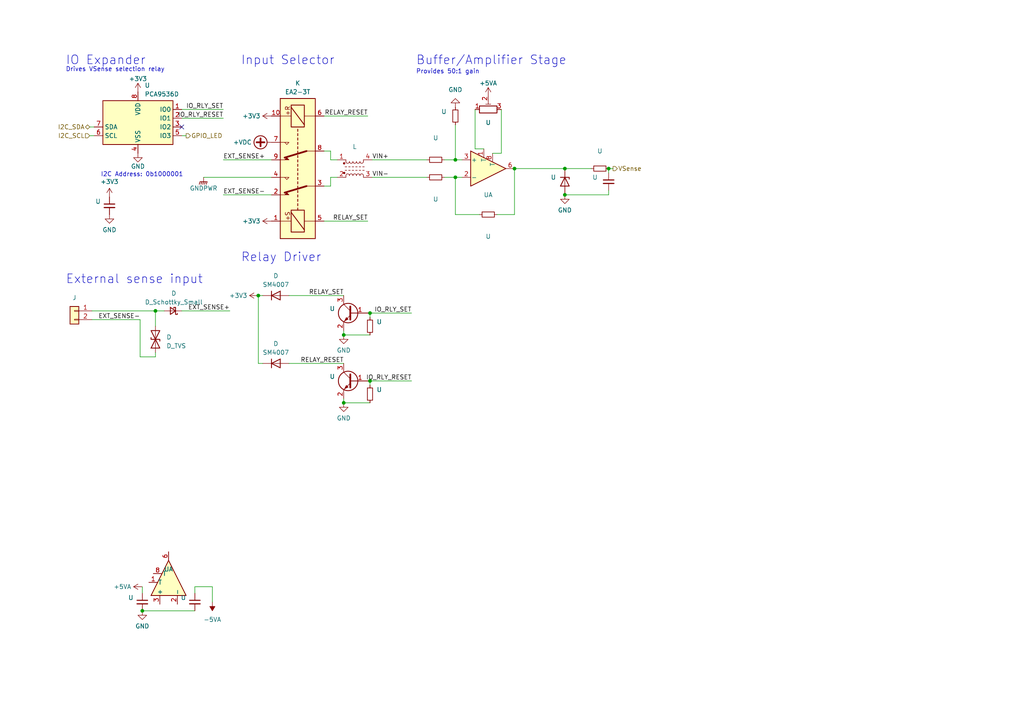
<source format=kicad_sch>
(kicad_sch (version 20220404) (generator eeschema)
  (paper "A4")
  (lib_symbols
    (symbol "Connector_Generic:Conn_01x02" (pin_names (offset 1.016) hide)
      (property "Reference" "J" (at 0 2.54 0))
      (property "Value" "Conn_01x02" (at 0 -5.08 0))
      (symbol "Conn_01x02_1_1"
        (rectangle (start -1.27 -2.413) (end 0 -2.667) (stroke (width 0.1524)))
        (rectangle (start -1.27 0.127) (end 0 -0.127) (stroke (width 0.1524)))
        (rectangle (start -1.27 1.27) (end 1.27 -3.81) (stroke (width 0.254)) (fill (type background)))
        (pin passive line (at -5.08 0 0) (length 3.81) (name "Pin_1") (number "1"))
        (pin passive line (at -5.08 -2.54 0) (length 3.81) (name "Pin_2") (number "2"))
      )
    )
    (symbol "Device:C_Small" (pin_numbers hide) (pin_names (offset 0.254) hide)
      (property "Reference" "C" (at 0.254 1.778 0))
      (property "Value" "C_Small" (at 0.254 -2.032 0))
      (symbol "C_Small_0_1"
        (polyline (pts (xy -1.524 -0.508) (xy 1.524 -0.508)) (stroke (width 0.3302)))
        (polyline (pts (xy -1.524 0.508) (xy 1.524 0.508)) (stroke (width 0.3048)))
      )
      (symbol "C_Small_1_1"
        (pin passive line (at 0 2.54 270) (length 2.032) (name "~") (number "1"))
        (pin passive line (at 0 -2.54 90) (length 2.032) (name "~") (number "2"))
      )
    )
    (symbol "Device:D_Schottky_Small" (pin_numbers hide) (pin_names (offset 0.254) hide)
      (property "Reference" "D" (at -1.27 2.032 0))
      (property "Value" "D_Schottky_Small" (at -7.112 -2.032 0))
      (symbol "D_Schottky_Small_0_1"
        (polyline (pts (xy -0.762 0) (xy 0.762 0)))
        (polyline (pts (xy 0.762 -1.016) (xy -0.762 0) (xy 0.762 1.016) (xy 0.762 -1.016)) (stroke (width 0.254)))
        (polyline (pts (xy -1.27 0.762) (xy -1.27 1.016) (xy -0.762 1.016) (xy -0.762 -1.016) (xy -0.254 -1.016) (xy -0.254 -0.762)) (stroke (width 0.254)))
      )
      (symbol "D_Schottky_Small_1_1"
        (pin passive line (at -2.54 0 0) (length 1.778) (name "K") (number "1"))
        (pin passive line (at 2.54 0 180) (length 1.778) (name "A") (number "2"))
      )
    )
    (symbol "Device:D_TVS" (pin_numbers hide) (pin_names (offset 1.016) hide)
      (property "Reference" "D" (at 0 2.54 0))
      (property "Value" "D_TVS" (at 0 -2.54 0))
      (symbol "D_TVS_0_1"
        (polyline (pts (xy 1.27 0) (xy -1.27 0)))
        (polyline (pts (xy 0.508 1.27) (xy 0 1.27) (xy 0 -1.27) (xy -0.508 -1.27)) (stroke (width 0.254)))
        (polyline (pts (xy -2.54 1.27) (xy -2.54 -1.27) (xy 2.54 1.27) (xy 2.54 -1.27) (xy -2.54 1.27)) (stroke (width 0.254)))
      )
      (symbol "D_TVS_1_1"
        (pin passive line (at -3.81 0 0) (length 2.54) (name "A1") (number "1"))
        (pin passive line (at 3.81 0 180) (length 2.54) (name "A2") (number "2"))
      )
    )
    (symbol "Device:D_Zener" (pin_numbers hide) (pin_names (offset 1.016) hide)
      (property "Reference" "D" (at 0 2.54 0))
      (property "Value" "D_Zener" (at 0 -2.54 0))
      (symbol "D_Zener_0_1"
        (polyline (pts (xy 1.27 0) (xy -1.27 0)))
        (polyline (pts (xy -1.27 -1.27) (xy -1.27 1.27) (xy -0.762 1.27)) (stroke (width 0.254)))
        (polyline (pts (xy 1.27 -1.27) (xy 1.27 1.27) (xy -1.27 0) (xy 1.27 -1.27)) (stroke (width 0.254)))
      )
      (symbol "D_Zener_1_1"
        (pin passive line (at -3.81 0 0) (length 2.54) (name "K") (number "1"))
        (pin passive line (at 3.81 0 180) (length 2.54) (name "A") (number "2"))
      )
    )
    (symbol "Device:L_Ferrite_Coupled_1423" (pin_names (offset 0.254) hide)
      (property "Reference" "L" (at 0 4.445 0))
      (property "Value" "L_Ferrite_Coupled_1423" (at 0 -4.445 0))
      (symbol "L_Ferrite_Coupled_1423_0_1"
        (circle (center -3.048 -1.27) (radius 0.254) (fill (type outline)))
        (circle (center -3.048 1.524) (radius 0.254) (fill (type outline)))
        (arc (start -2.54 2.032) (mid -2.032 1.524) (end -1.524 2.032))
        (arc (start -1.524 -2.032) (mid -2.032 -1.524) (end -2.54 -2.032))
        (arc (start -1.524 2.032) (mid -1.016 1.524) (end -0.508 2.032))
        (arc (start -0.508 -2.032) (mid -1.016 -1.524) (end -1.524 -2.032))
        (arc (start -0.508 2.032) (mid 0 1.524) (end 0.508 2.032))
        (polyline (pts (xy -2.794 -0.508) (xy -2.286 -0.508)))
        (polyline (pts (xy -2.794 0.508) (xy -2.286 0.508)))
        (polyline (pts (xy -2.54 -2.032) (xy -2.54 -2.54)))
        (polyline (pts (xy -2.54 2.032) (xy -2.54 2.54)))
        (polyline (pts (xy -1.778 -0.508) (xy -1.27 -0.508)))
        (polyline (pts (xy -1.778 0.508) (xy -1.27 0.508)))
        (polyline (pts (xy -0.762 -0.508) (xy -0.254 -0.508)))
        (polyline (pts (xy -0.762 0.508) (xy -0.254 0.508)))
        (polyline (pts (xy 0.254 -0.508) (xy 0.762 -0.508)))
        (polyline (pts (xy 0.254 0.508) (xy 0.762 0.508)))
        (polyline (pts (xy 1.27 -0.508) (xy 1.778 -0.508)))
        (polyline (pts (xy 1.27 0.508) (xy 1.778 0.508)))
        (polyline (pts (xy 2.286 -0.508) (xy 2.794 -0.508)))
        (polyline (pts (xy 2.286 0.508) (xy 2.794 0.508)))
        (polyline (pts (xy 2.54 -2.032) (xy 2.54 -2.54)))
        (polyline (pts (xy 2.54 2.54) (xy 2.54 2.032)))
        (arc (start 0.508 -2.032) (mid 0 -1.524) (end -0.508 -2.032))
        (arc (start 0.508 2.032) (mid 1.016 1.524) (end 1.524 2.032))
        (arc (start 1.524 -2.032) (mid 1.016 -1.524) (end 0.508 -2.032))
        (arc (start 1.524 2.032) (mid 2.032 1.524) (end 2.54 2.032))
        (arc (start 2.54 -2.032) (mid 2.032 -1.524) (end 1.524 -2.032))
      )
      (symbol "L_Ferrite_Coupled_1423_1_1"
        (pin passive line (at -5.08 2.54 0) (length 2.54) (name "1") (number "1"))
        (pin passive line (at -5.08 -2.54 0) (length 2.54) (name "2") (number "2"))
        (pin passive line (at 5.08 -2.54 180) (length 2.54) (name "3") (number "3"))
        (pin passive line (at 5.08 2.54 180) (length 2.54) (name "4") (number "4"))
      )
    )
    (symbol "Device:R_Potentiometer_Trim" (pin_names (offset 1.016) hide)
      (property "Reference" "RV" (at -4.445 0 90))
      (property "Value" "R_Potentiometer_Trim" (at -2.54 0 90))
      (symbol "R_Potentiometer_Trim_0_1"
        (polyline (pts (xy 1.524 0.762) (xy 1.524 -0.762)))
        (polyline (pts (xy 2.54 0) (xy 1.524 0)))
        (rectangle (start 1.016 2.54) (end -1.016 -2.54) (stroke (width 0.254)))
      )
      (symbol "R_Potentiometer_Trim_1_1"
        (pin passive line (at 0 3.81 270) (length 1.27) (name "1") (number "1"))
        (pin passive line (at 3.81 0 180) (length 1.27) (name "2") (number "2"))
        (pin passive line (at 0 -3.81 90) (length 1.27) (name "3") (number "3"))
      )
    )
    (symbol "Device:R_Small" (pin_numbers hide) (pin_names (offset 0.254) hide)
      (property "Reference" "R" (at 0.762 0.508 0))
      (property "Value" "R_Small" (at 0.762 -1.016 0))
      (symbol "R_Small_0_1"
        (rectangle (start -0.762 1.778) (end 0.762 -1.778) (stroke (width 0.2032)))
      )
      (symbol "R_Small_1_1"
        (pin passive line (at 0 2.54 270) (length 0.762) (name "~") (number "1"))
        (pin passive line (at 0 -2.54 90) (length 0.762) (name "~") (number "2"))
      )
    )
    (symbol "Diode:SM4007" (pin_numbers hide) (pin_names (offset 1.016) hide)
      (property "Reference" "D" (at 0 2.54 0))
      (property "Value" "SM4007" (at 0 -2.54 0))
      (symbol "SM4007_0_1"
        (polyline (pts (xy -1.27 1.27) (xy -1.27 -1.27)) (stroke (width 0.254)))
        (polyline (pts (xy 1.27 0) (xy -1.27 0)))
        (polyline (pts (xy 1.27 1.27) (xy 1.27 -1.27) (xy -1.27 0) (xy 1.27 1.27)) (stroke (width 0.254)))
      )
      (symbol "SM4007_1_1"
        (pin passive line (at -3.81 0 0) (length 2.54) (name "K") (number "1"))
        (pin passive line (at 3.81 0 180) (length 2.54) (name "A") (number "2"))
      )
    )
    (symbol "Interface_Expansion:PCA9536D"
      (property "Reference" "U" (at -8.89 6.35 0))
      (property "Value" "PCA9536D" (at 6.35 6.35 0))
      (symbol "PCA9536D_0_1"
        (rectangle (start -10.16 5.08) (end 10.16 -7.62) (stroke (width 0.254)) (fill (type background)))
      )
      (symbol "PCA9536D_1_1"
        (pin bidirectional line (at 12.7 2.54 180) (length 2.54) (name "IO0") (number "1"))
        (pin bidirectional line (at 12.7 0 180) (length 2.54) (name "IO1") (number "2"))
        (pin bidirectional line (at 12.7 -2.54 180) (length 2.54) (name "IO2") (number "3"))
        (pin power_in line (at 0 -10.16 90) (length 2.54) (name "VSS") (number "4"))
        (pin bidirectional line (at 12.7 -5.08 180) (length 2.54) (name "IO3") (number "5"))
        (pin input line (at -12.7 -5.08 0) (length 2.54) (name "SCL") (number "6"))
        (pin bidirectional line (at -12.7 -2.54 0) (length 2.54) (name "SDA") (number "7"))
        (pin power_in line (at 0 7.62 270) (length 2.54) (name "VDD") (number "8"))
      )
    )
    (symbol "Transistor_BJT:MMBT3904" (pin_names (offset 0) hide)
      (property "Reference" "Q" (at 5.08 1.905 0))
      (property "Value" "MMBT3904" (at 5.08 0 0))
      (symbol "MMBT3904_0_1"
        (polyline (pts (xy 0.635 0.635) (xy 2.54 2.54)))
        (polyline (pts (xy 0.635 -0.635) (xy 2.54 -2.54) (xy 2.54 -2.54)))
        (polyline (pts (xy 0.635 1.905) (xy 0.635 -1.905) (xy 0.635 -1.905)) (stroke (width 0.508)))
        (polyline (pts (xy 1.27 -1.778) (xy 1.778 -1.27) (xy 2.286 -2.286) (xy 1.27 -1.778) (xy 1.27 -1.778)) (fill (type outline)))
        (circle (center 1.27 0) (radius 2.8194) (stroke (width 0.254)))
      )
      (symbol "MMBT3904_1_1"
        (pin input line (at -5.08 0 0) (length 5.715) (name "B") (number "1"))
        (pin passive line (at 2.54 -5.08 90) (length 2.54) (name "E") (number "2"))
        (pin passive line (at 2.54 5.08 270) (length 2.54) (name "C") (number "3"))
      )
    )
    (symbol "power:+3V3" (power) (pin_names (offset 0))
      (property "Value" "+3V3" (at 0 3.556 0))
      (symbol "+3V3_0_1"
        (polyline (pts (xy -0.762 1.27) (xy 0 2.54)))
        (polyline (pts (xy 0 0) (xy 0 2.54)))
        (polyline (pts (xy 0 2.54) (xy 0.762 1.27)))
      )
      (symbol "+3V3_1_1"
        (pin power_in line (at 0 0 90) (length 0) hide (name "+3V3") (number "1"))
      )
    )
    (symbol "power:+5VA" (power) (pin_names (offset 0))
      (property "Value" "+5VA" (at 0 3.556 0))
      (symbol "+5VA_0_1"
        (polyline (pts (xy -0.762 1.27) (xy 0 2.54)))
        (polyline (pts (xy 0 0) (xy 0 2.54)))
        (polyline (pts (xy 0 2.54) (xy 0.762 1.27)))
      )
      (symbol "+5VA_1_1"
        (pin power_in line (at 0 0 90) (length 0) hide (name "+5VA") (number "1"))
      )
    )
    (symbol "power:+VDC" (power) (pin_names (offset 0))
      (property "Value" "+VDC" (at 0 6.35 0))
      (symbol "+VDC_0_1"
        (polyline (pts (xy -1.143 3.175) (xy 1.143 3.175)) (stroke (width 0.508)))
        (polyline (pts (xy 0 0) (xy 0 1.27)))
        (polyline (pts (xy 0 2.032) (xy 0 4.318)) (stroke (width 0.508)))
        (circle (center 0 3.175) (radius 1.905) (stroke (width 0.254)))
      )
      (symbol "+VDC_1_1"
        (pin power_in line (at 0 0 90) (length 0) hide (name "+VDC") (number "1"))
      )
    )
    (symbol "power:-5VA" (power) (pin_names (offset 0))
      (property "Value" "-5VA" (at 0 3.81 0))
      (symbol "-5VA_0_0"
        (pin power_in line (at 0 0 90) (length 0) hide (name "-5VA") (number "1"))
      )
      (symbol "-5VA_0_1"
        (polyline (pts (xy 0 0) (xy 0 1.27) (xy 0.762 1.27) (xy 0 2.54) (xy -0.762 1.27) (xy 0 1.27)) (fill (type outline)))
      )
    )
    (symbol "power:GND" (power) (pin_names (offset 0))
      (property "Value" "GND" (at 0 -3.81 0))
      (symbol "GND_0_1"
        (polyline (pts (xy 0 0) (xy 0 -1.27) (xy 1.27 -1.27) (xy 0 -2.54) (xy -1.27 -1.27) (xy 0 -1.27)))
      )
      (symbol "GND_1_1"
        (pin power_in line (at 0 0 270) (length 0) hide (name "GND") (number "1"))
      )
    )
    (symbol "power:GNDPWR" (power) (pin_names (offset 0))
      (property "Value" "GNDPWR" (at 0 -3.302 0))
      (symbol "GNDPWR_0_1"
        (polyline (pts (xy 0 -1.27) (xy 0 0)))
        (polyline (pts (xy -1.016 -1.27) (xy -1.27 -2.032) (xy -1.27 -2.032)) (stroke (width 0.2032)))
        (polyline (pts (xy -0.508 -1.27) (xy -0.762 -2.032) (xy -0.762 -2.032)) (stroke (width 0.2032)))
        (polyline (pts (xy 0 -1.27) (xy -0.254 -2.032) (xy -0.254 -2.032)) (stroke (width 0.2032)))
        (polyline (pts (xy 0.508 -1.27) (xy 0.254 -2.032) (xy 0.254 -2.032)) (stroke (width 0.2032)))
        (polyline (pts (xy 1.016 -1.27) (xy -1.016 -1.27) (xy -1.016 -1.27)) (stroke (width 0.2032)))
        (polyline (pts (xy 1.016 -1.27) (xy 0.762 -2.032) (xy 0.762 -2.032) (xy 0.762 -2.032)) (stroke (width 0.2032)))
      )
      (symbol "GNDPWR_1_1"
        (pin power_in line (at 0 0 270) (length 0) hide (name "GNDPWR") (number "1"))
      )
    )
    (symbol "programmable-load:EA2-3T"
      (property "Reference" "K" (at 17.78 8.89 0))
      (property "Value" "EA2-3T" (at 21.59 6.35 0))
      (symbol "EA2-3T_1_1"
        (rectangle (start -20.32 5.08) (end 20.32 -5.08) (stroke (width 0.254)) (fill (type background)))
        (rectangle (start -18.415 1.905) (end -12.065 -1.905) (stroke (width 0.254)))
        (polyline (pts (xy -17.78 -1.905) (xy -12.7 1.905)) (stroke (width 0.254)))
        (polyline (pts (xy -15.24 -5.08) (xy -15.24 -1.905)))
        (polyline (pts (xy -15.24 5.08) (xy -15.24 1.905)))
        (polyline (pts (xy -12.065 0) (xy -11.43 0)) (stroke (width 0.254)))
        (polyline (pts (xy -10.795 0) (xy -10.16 0)) (stroke (width 0.254)))
        (polyline (pts (xy -9.525 0) (xy -8.89 0)) (stroke (width 0.254)))
        (polyline (pts (xy -8.255 0) (xy -7.62 0)) (stroke (width 0.254)))
        (polyline (pts (xy -6.985 0) (xy -6.35 0)) (stroke (width 0.254)))
        (polyline (pts (xy -5.715 0) (xy -5.08 0)) (stroke (width 0.254)))
        (polyline (pts (xy -5.08 -2.54) (xy -6.985 3.81)) (stroke (width 0.508)))
        (polyline (pts (xy -5.08 -2.54) (xy -5.08 -5.08)))
        (polyline (pts (xy -4.445 0) (xy -3.81 0)) (stroke (width 0.254)))
        (polyline (pts (xy -3.175 0) (xy -2.54 0)) (stroke (width 0.254)))
        (polyline (pts (xy -1.905 0) (xy -1.27 0)) (stroke (width 0.254)))
        (polyline (pts (xy -0.635 0) (xy 0 0)) (stroke (width 0.254)))
        (polyline (pts (xy 0.635 0) (xy 1.27 0)) (stroke (width 0.254)))
        (polyline (pts (xy 1.905 0) (xy 2.54 0)) (stroke (width 0.254)))
        (polyline (pts (xy 3.175 0) (xy 3.81 0)) (stroke (width 0.254)))
        (polyline (pts (xy 4.445 0) (xy 5.08 0)) (stroke (width 0.254)))
        (polyline (pts (xy 5.08 -2.54) (xy 3.175 3.81)) (stroke (width 0.508)))
        (polyline (pts (xy 5.08 -2.54) (xy 5.08 -5.08)))
        (polyline (pts (xy 5.715 0) (xy 6.35 0)) (stroke (width 0.254)))
        (polyline (pts (xy 6.985 0) (xy 7.62 0)) (stroke (width 0.254)))
        (polyline (pts (xy 8.255 0) (xy 8.89 0)) (stroke (width 0.254)))
        (polyline (pts (xy 9.525 0) (xy 10.16 0)) (stroke (width 0.254)))
        (polyline (pts (xy 10.795 0) (xy 11.43 0)) (stroke (width 0.254)))
        (polyline (pts (xy 12.7 -1.905) (xy 17.78 1.905)) (stroke (width 0.254)))
        (polyline (pts (xy 15.24 -5.08) (xy 15.24 -1.905)))
        (polyline (pts (xy 15.24 5.08) (xy 15.24 1.905)))
        (polyline (pts (xy -7.62 5.08) (xy -7.62 2.54) (xy -6.985 3.175) (xy -7.62 3.81)) (fill (type outline)))
        (polyline (pts (xy -2.54 5.08) (xy -2.54 2.54) (xy -3.175 3.175) (xy -2.54 3.81)))
        (polyline (pts (xy 2.54 5.08) (xy 2.54 2.54) (xy 3.175 3.175) (xy 2.54 3.81)) (fill (type outline)))
        (polyline (pts (xy 7.62 5.08) (xy 7.62 2.54) (xy 6.985 3.175) (xy 7.62 3.81)))
        (rectangle (start 12.065 1.905) (end 18.415 -1.905) (stroke (width 0.254)))
        (text "+" (at -14.351 2.921 0) (effects (font (size 1.27 1.27))))
        (text "+" (at 16.129 2.921 0) (effects (font (size 1.27 1.27))))
        (text "R" (at 17.526 2.921 0) (effects (font (size 1.27 1.27))))
        (text "S" (at -13.081 2.921 0) (effects (font (size 1.27 1.27))))
        (pin passive line (at -15.24 7.62 270) (length 2.54) (name "~") (number "1"))
        (pin passive line (at 15.24 7.62 270) (length 2.54) (name "~") (number "10"))
        (pin passive line (at -7.62 7.62 270) (length 2.54) (name "~") (number "2"))
        (pin passive line (at -5.08 -7.62 90) (length 2.54) (name "~") (number "3"))
        (pin passive line (at -2.54 7.62 270) (length 2.54) (name "~") (number "4"))
        (pin passive line (at -15.24 -7.62 90) (length 2.54) (name "~") (number "5"))
        (pin passive line (at 15.24 -7.62 90) (length 2.54) (name "~") (number "6"))
        (pin passive line (at 7.62 7.62 270) (length 2.54) (name "~") (number "7"))
        (pin passive line (at 5.08 -7.62 90) (length 2.54) (name "~") (number "8"))
        (pin passive line (at 2.54 7.62 270) (length 2.54) (name "~") (number "9"))
      )
    )
    (symbol "programmable-load:OPA277" (pin_names (offset 0.127))
      (property "Reference" "U" (at -5.08 8.89 0))
      (property "Value" "OPA277" (at 0 -5.08 0))
      (symbol "OPA277_1_1"
        (polyline (pts (xy -5.08 5.08) (xy 5.08 0) (xy -5.08 -5.08) (xy -5.08 5.08)) (stroke (width 0.254)) (fill (type background)))
        (pin passive line (at -1.27 5.715 270) (length 2.54) (name "T") (number "1"))
        (pin input line (at -7.62 -2.54 0) (length 2.54) (name "-") (number "2"))
        (pin input line (at -7.62 2.54 0) (length 2.54) (name "+") (number "3"))
        (pin no_connect line (at 5.08 -3.81 180) (length 2.54) hide (name "NC") (number "5"))
        (pin output line (at 7.62 0 180) (length 2.54) (name "~") (number "6"))
        (pin passive line (at 1.27 4.445 270) (length 2.54) (name "T") (number "8"))
      )
      (symbol "OPA277_2_1"
        (pin power_in line (at -2.54 -7.62 90) (length 3.81) (name "V-") (number "4"))
        (pin power_in line (at -2.54 7.62 270) (length 3.81) (name "V+") (number "7"))
      )
    )
  )
  (junction (at 176.53 48.895))
  (junction (at 163.83 48.895))
  (junction (at 132.08 46.355))
  (junction (at 107.315 110.49))
  (junction (at 107.315 90.805))
  (junction (at 99.695 97.155))
  (junction (at 99.695 116.84))
  (junction (at 163.83 56.515))
  (junction (at 74.93 85.725))
  (junction (at 45.085 90.17))
  (junction (at 149.225 48.895))
  (junction (at 41.275 177.165))
  (junction (at 132.08 51.435))
  (no_connect (at 52.705 36.83))
  (wire (pts (xy 45.085 102.235) (xy 45.085 103.505)))
  (wire (pts (xy 107.315 110.49) (xy 119.38 110.49)))
  (wire (pts (xy 45.085 90.17) (xy 47.625 90.17)))
  (wire (pts (xy 74.93 85.725) (xy 74.93 105.41)))
  (wire (pts (xy 132.08 46.355) (xy 133.985 46.355)))
  (wire (pts (xy 99.695 97.155) (xy 107.315 97.155)))
  (wire (pts (xy 145.415 44.45) (xy 145.415 31.75)))
  (wire (pts (xy 128.905 51.435) (xy 132.08 51.435)))
  (wire (pts (xy 123.825 46.355) (xy 107.95 46.355)))
  (wire (pts (xy 61.595 170.18) (xy 56.515 170.18)))
  (wire (pts (xy 56.515 170.18) (xy 56.515 172.085)))
  (wire (pts (xy 132.08 51.435) (xy 133.985 51.435)))
  (wire (pts (xy 52.705 39.37) (xy 53.975 39.37)))
  (wire (pts (xy 176.53 56.515) (xy 163.83 56.515)))
  (wire (pts (xy 26.67 90.17) (xy 45.085 90.17)))
  (wire (pts (xy 95.885 51.435) (xy 97.79 51.435)))
  (wire (pts (xy 45.085 90.17) (xy 45.085 94.615)))
  (wire (pts (xy 144.145 62.23) (xy 149.225 62.23)))
  (wire (pts (xy 66.675 90.17) (xy 52.705 90.17)))
  (wire (pts (xy 40.64 103.505) (xy 40.64 92.71)))
  (wire (pts (xy 93.98 64.135) (xy 106.68 64.135)))
  (wire (pts (xy 137.795 43.18) (xy 137.795 31.75)))
  (wire (pts (xy 26.035 36.83) (xy 27.305 36.83)))
  (wire (pts (xy 61.595 174.625) (xy 61.595 170.18)))
  (wire (pts (xy 93.98 53.975) (xy 95.885 53.975)))
  (wire (pts (xy 149.225 48.895) (xy 163.83 48.895)))
  (wire (pts (xy 132.08 36.195) (xy 132.08 46.355)))
  (wire (pts (xy 171.45 48.895) (xy 163.83 48.895)))
  (wire (pts (xy 132.08 62.23) (xy 132.08 51.435)))
  (wire (pts (xy 107.315 110.49) (xy 107.315 111.76)))
  (wire (pts (xy 52.705 34.29) (xy 64.77 34.29)))
  (wire (pts (xy 64.77 46.355) (xy 78.74 46.355)))
  (wire (pts (xy 140.335 43.18) (xy 137.795 43.18)))
  (wire (pts (xy 64.77 56.515) (xy 78.74 56.515)))
  (wire (pts (xy 176.53 48.895) (xy 176.53 50.165)))
  (wire (pts (xy 95.885 46.355) (xy 95.885 43.815)))
  (wire (pts (xy 149.225 62.23) (xy 149.225 48.895)))
  (wire (pts (xy 139.065 62.23) (xy 132.08 62.23)))
  (wire (pts (xy 74.93 85.725) (xy 76.2 85.725)))
  (wire (pts (xy 123.825 51.435) (xy 107.95 51.435)))
  (wire (pts (xy 176.53 55.245) (xy 176.53 56.515)))
  (wire (pts (xy 83.82 105.41) (xy 99.695 105.41)))
  (wire (pts (xy 93.98 33.655) (xy 106.68 33.655)))
  (wire (pts (xy 176.53 48.895) (xy 177.8 48.895)))
  (wire (pts (xy 83.82 85.725) (xy 99.695 85.725)))
  (wire (pts (xy 99.695 97.155) (xy 99.695 95.885)))
  (wire (pts (xy 41.275 177.165) (xy 56.515 177.165)))
  (wire (pts (xy 59.055 51.435) (xy 78.74 51.435)))
  (wire (pts (xy 99.695 116.84) (xy 99.695 115.57)))
  (wire (pts (xy 45.085 103.505) (xy 40.64 103.505)))
  (wire (pts (xy 52.705 31.75) (xy 64.77 31.75)))
  (wire (pts (xy 107.315 90.805) (xy 119.38 90.805)))
  (wire (pts (xy 40.64 92.71) (xy 26.67 92.71)))
  (wire (pts (xy 95.885 53.975) (xy 95.885 51.435)))
  (wire (pts (xy 128.905 46.355) (xy 132.08 46.355)))
  (wire (pts (xy 99.695 116.84) (xy 107.315 116.84)))
  (wire (pts (xy 97.79 46.355) (xy 95.885 46.355)))
  (wire (pts (xy 142.875 44.45) (xy 145.415 44.45)))
  (wire (pts (xy 95.885 43.815) (xy 93.98 43.815)))
  (wire (pts (xy 41.275 170.18) (xy 41.275 172.085)))
  (wire (pts (xy 107.315 90.805) (xy 107.315 92.075)))
  (wire (pts (xy 26.035 39.37) (xy 27.305 39.37)))
  (wire (pts (xy 74.93 105.41) (xy 76.2 105.41)))
  (text "I2C Address: 0b1000001" (at 29.21 51.435 0) (effects (font (size 1.27 1.27)) (justify left bottom)))
  (text "Input Selector" (at 69.85 19.05 0) (effects (font (size 2.54 2.54)) (justify left bottom)))
  (text "Relay Driver" (at 69.85 76.2 0) (effects (font (size 2.54 2.54)) (justify left bottom)))
  (text "External sense input" (at 19.05 82.55 0) (effects (font (size 2.54 2.54)) (justify left bottom)))
  (text "Provides 50:1 gain" (at 120.65 21.59 0) (effects (font (size 1.27 1.27)) (justify left bottom)))
  (text "Drives VSense selection relay" (at 19.05 20.955 0) (effects (font (size 1.27 1.27)) (justify left bottom)))
  (text "IO Expander" (at 19.05 19.05 0) (effects (font (size 2.54 2.54)) (justify left bottom)))
  (text "Buffer/Amplifier Stage" (at 120.65 19.05 0) (effects (font (size 2.54 2.54)) (justify left bottom)))
  (label "EXT_SENSE+" (at 64.77 46.355 0))
  (label "EXT_SENSE-" (at 64.77 56.515 0))
  (label "RELAY_SET" (at 99.695 85.725 0))
  (label "VIN-" (at 107.95 51.435 0))
  (label "EXT_SENSE-" (at 40.64 92.71 0))
  (label "RELAY_SET" (at 106.68 64.135 0))
  (label "RELAY_RESET" (at 106.68 33.655 0))
  (label "IO_RLY_SET" (at 64.77 31.75 0))
  (label "VIN+" (at 107.95 46.355 0))
  (label "EXT_SENSE+" (at 66.675 90.17 0))
  (label "RELAY_RESET" (at 99.695 105.41 0))
  (label "IO_RLY_RESET" (at 119.38 110.49 0))
  (label "IO_RLY_SET" (at 119.38 90.805 0))
  (label "IO_RLY_RESET" (at 64.77 34.29 0))
  (hierarchical_label "VSense" (shape output) (at 177.8 48.895 0))
  (hierarchical_label "I2C_SDA" (shape bidirectional) (at 26.035 36.83 180))
  (hierarchical_label "I2C_SCL" (shape input) (at 26.035 39.37 180))
  (hierarchical_label "GPIO_LED" (shape output) (at 53.975 39.37 0))
  (symbol (lib_id "power:-5VA") (at 61.595 174.625 180) (unit 1)
    (default_instance (reference "#PWR") (unit 1) (value "-5VA") (footprint ""))
    (property "Reference" "#PWR" (effects hide))
    (property "Value" "-5VA" (at 61.595 179.705 0))
  )
  (symbol (lib_id "power:GND") (at 31.75 62.23 0) (unit 1)
    (default_instance (reference "U") (unit 1) (value "") (footprint ""))
    (property "Reference" "U" (effects hide))
  )
  (symbol (lib_id "programmable-load:EA2-3T") (at 86.36 48.895 90) (unit 1)
    (default_instance (reference "K") (unit 1) (value "EA2-3T") (footprint "programmable-load:KEMET-EA2"))
    (property "Reference" "K" (at 86.36 24.13 90))
    (property "Value" "EA2-3T" (at 86.36 26.67 90))
    (property "Footprint" "programmable-load:KEMET-EA2" (effects hide))
    (property "Datasheet" "https://connect.kemet.com:7667/gateway/IntelliData-ComponentDocumentation/1.0/download/datasheet/EA2-3NU.pdf" (effects hide))
  )
  (symbol (lib_id "Device:C_Small") (at 31.75 59.69 0) (unit 1)
    (default_instance (reference "U") (unit 1) (value "") (footprint ""))
    (property "Reference" "U" (at 29.21 58.4262 0) (effects (justify right)))
  )
  (symbol (lib_id "Device:D_TVS") (at 45.085 98.425 90) (unit 1)
    (default_instance (reference "D") (unit 1) (value "D_TVS") (footprint ""))
    (property "Reference" "D" (at 48.26 97.79 90) (effects (justify right)))
    (property "Value" "D_TVS" (at 48.26 100.33 90) (effects (justify right)))
    (property "MPN" "824501751" (effects hide))
  )
  (symbol (lib_id "Device:R_Potentiometer_Trim") (at 141.605 31.75 90) (unit 1)
    (default_instance (reference "U") (unit 1) (value "") (footprint ""))
    (property "Reference" "U" (at 141.605 35.56 90))
    (property "MPN" "CT-94EY203" (effects hide))
  )
  (symbol (lib_id "programmable-load:OPA277") (at 141.605 48.895 0) (unit 1)
    (default_instance (reference "U") (unit 1) (value "") (footprint ""))
    (property "Reference" "U" (at 141.605 56.515 0))
    (property "Datasheet" "https://www.analog.com/media/en/technical-documentation/data-sheets/OP179_279.pdf" (effects hide))
  )
  (symbol (lib_id "Device:C_Small") (at 176.53 52.705 0) (mirror y) (unit 1)
    (default_instance (reference "U") (unit 1) (value "") (footprint ""))
    (property "Reference" "U" (at 173.355 51.4412 0) (effects (justify left)))
  )
  (symbol (lib_id "power:GND") (at 163.83 56.515 0) (mirror y) (unit 1)
    (default_instance (reference "U") (unit 1) (value "") (footprint ""))
    (property "Reference" "U" (effects hide))
  )
  (symbol (lib_id "power:+VDC") (at 78.74 41.275 90) (unit 1)
    (default_instance (reference "#PWR") (unit 1) (value "+VDC") (footprint ""))
    (property "Reference" "#PWR" (effects hide))
    (property "Value" "+VDC" (at 73.025 41.275 90) (effects (justify left)))
  )
  (symbol (lib_id "power:+5VA") (at 141.605 27.94 0) (unit 1)
    (default_instance (reference "#PWR") (unit 1) (value "+5VA") (footprint ""))
    (property "Reference" "#PWR" (effects hide))
    (property "Value" "+5VA" (at 141.605 24.13 0))
  )
  (symbol (lib_id "power:GND") (at 41.275 177.165 0) (unit 1)
    (default_instance (reference "U") (unit 1) (value "") (footprint ""))
    (property "Reference" "U" (effects hide))
  )
  (symbol (lib_id "Device:R_Small") (at 132.08 33.655 0) (mirror x) (unit 1)
    (default_instance (reference "U") (unit 1) (value "") (footprint ""))
    (property "Reference" "U" (at 129.54 32.3849 0) (effects (justify right)))
    (property "MPN" "ERA-6ARB203V" (effects hide))
  )
  (symbol (lib_id "Device:D_Zener") (at 163.83 52.705 270) (unit 1)
    (default_instance (reference "U") (unit 1) (value "") (footprint ""))
    (property "Reference" "U" (at 161.29 51.4349 90) (effects (justify right)))
    (property "MPN" "BZV55-C2V4,135" (effects hide))
  )
  (symbol (lib_id "Device:C_Small") (at 56.515 174.625 0) (mirror y) (unit 1)
    (default_instance (reference "U") (unit 1) (value "") (footprint ""))
    (property "Reference" "U" (at 53.975 173.3612 0) (effects (justify left)))
  )
  (symbol (lib_id "Diode:SM4007") (at 80.01 105.41 0) (unit 1)
    (default_instance (reference "D") (unit 1) (value "SM4007") (footprint "Diode_SMD:D_MELF"))
    (property "Reference" "D" (at 80.01 99.695 0))
    (property "Value" "SM4007" (at 80.01 102.235 0))
    (property "Footprint" "Diode_SMD:D_MELF" (effects hide))
    (property "Datasheet" "http://cdn-reichelt.de/documents/datenblatt/A400/SMD1N400%23DIO.pdf" (effects hide))
    (property "MPN" "FM4007W-W" (effects hide))
  )
  (symbol (lib_id "Device:R_Small") (at 107.315 94.615 180) (unit 1)
    (default_instance (reference "U") (unit 1) (value "") (footprint ""))
    (property "Reference" "U" (at 109.22 93.3449 0) (effects (justify right)))
  )
  (symbol (lib_id "power:+3V3") (at 31.75 57.15 0) (unit 1)
    (default_instance (reference "U") (unit 1) (value "") (footprint ""))
    (property "Reference" "U" (effects hide))
  )
  (symbol (lib_id "Device:L_Ferrite_Coupled_1423") (at 102.87 48.895 0) (unit 1)
    (default_instance (reference "L") (unit 1) (value "L_Ferrite_Coupled_1423") (footprint ""))
    (property "Reference" "L" (at 102.87 42.545 0))
    (property "Value" "L_Ferrite_Coupled_1423" (effects hide))
  )
  (symbol (lib_id "Transistor_BJT:MMBT3904") (at 102.235 110.49 0) (mirror y) (unit 1)
    (default_instance (reference "U") (unit 1) (value "") (footprint ""))
    (property "Reference" "U" (at 97.155 109.2199 0) (effects (justify left)))
    (property "Datasheet" "https://www.onsemi.com/pub/Collateral/2N3903-D.PDF" (effects hide))
    (property "MPN" "MMBT3904,215" (effects hide))
  )
  (symbol (lib_id "Device:D_Schottky_Small") (at 50.165 90.17 180) (unit 1)
    (default_instance (reference "D") (unit 1) (value "D_Schottky_Small") (footprint ""))
    (property "Reference" "D" (at 50.419 85.09 0))
    (property "Value" "D_Schottky_Small" (at 50.419 87.63 0))
    (property "MPN" "SS110-HF" (effects hide))
  )
  (symbol (lib_id "power:+5VA") (at 41.275 170.18 90) (unit 1)
    (default_instance (reference "#PWR") (unit 1) (value "+5VA") (footprint ""))
    (property "Reference" "#PWR" (effects hide))
    (property "Value" "+5VA" (at 38.1 170.18 90) (effects (justify left)))
  )
  (symbol (lib_id "power:+3V3") (at 78.74 33.655 90) (unit 1)
    (default_instance (reference "#PWR") (unit 1) (value "+3V3") (footprint ""))
    (property "Reference" "#PWR" (effects hide))
    (property "Value" "+3V3" (at 75.565 33.655 90) (effects (justify left)))
  )
  (symbol (lib_id "power:GND") (at 99.695 97.155 0) (unit 1)
    (default_instance (reference "#PWR") (unit 1) (value "GND") (footprint ""))
    (property "Reference" "#PWR" (effects hide))
    (property "Value" "GND" (at 99.695 101.6 0))
  )
  (symbol (lib_id "Device:R_Small") (at 126.365 46.355 90) (unit 1)
    (default_instance (reference "U") (unit 1) (value "") (footprint ""))
    (property "Reference" "U" (at 126.365 40.005 90))
    (property "MPN" "RN73C2A1M0BTDF" (effects hide))
  )
  (symbol (lib_id "Interface_Expansion:PCA9536D") (at 40.005 34.29 0) (unit 1)
    (default_instance (reference "U") (unit 1) (value "PCA9536D") (footprint "Package_SO:SOIC-8_3.9x4.9mm_P1.27mm"))
    (property "Reference" "U" (at 41.9609 24.765 0) (effects (justify left)))
    (property "Value" "PCA9536D" (at 41.9609 27.305 0) (effects (justify left)))
    (property "Footprint" "Package_SO:SOIC-8_3.9x4.9mm_P1.27mm" (effects hide))
    (property "Datasheet" "http://www.nxp.com/documents/data_sheet/PCA9536.pdf" (effects hide))
  )
  (symbol (lib_id "Device:R_Small") (at 126.365 51.435 270) (unit 1)
    (default_instance (reference "U") (unit 1) (value "") (footprint ""))
    (property "Reference" "U" (at 126.365 57.785 90))
    (property "MPN" "RN73C2A1M0BTDF" (effects hide))
  )
  (symbol (lib_id "Device:R_Small") (at 141.605 62.23 270) (unit 1)
    (default_instance (reference "U") (unit 1) (value "") (footprint ""))
    (property "Reference" "U" (at 141.605 68.58 90))
    (property "MPN" "ERA-6ARB203V" (effects hide))
  )
  (symbol (lib_id "power:GND") (at 132.08 31.115 180) (unit 1)
    (default_instance (reference "U") (unit 1) (value "") (footprint ""))
    (property "Reference" "U" (effects hide))
  )
  (symbol (lib_id "Device:R_Small") (at 173.99 48.895 270) (mirror x) (unit 1)
    (default_instance (reference "U") (unit 1) (value "") (footprint ""))
    (property "Reference" "U" (at 173.99 43.815 90))
  )
  (symbol (lib_id "Diode:SM4007") (at 80.01 85.725 0) (unit 1)
    (default_instance (reference "D") (unit 1) (value "SM4007") (footprint "Diode_SMD:D_MELF"))
    (property "Reference" "D" (at 80.01 80.01 0))
    (property "Value" "SM4007" (at 80.01 82.55 0))
    (property "Footprint" "Diode_SMD:D_MELF" (effects hide))
    (property "Datasheet" "http://cdn-reichelt.de/documents/datenblatt/A400/SMD1N400%23DIO.pdf" (effects hide))
    (property "MPN" "FM4007W-W" (effects hide))
  )
  (symbol (lib_id "Device:R_Small") (at 107.315 114.3 180) (unit 1)
    (default_instance (reference "U") (unit 1) (value "") (footprint ""))
    (property "Reference" "U" (at 109.22 113.0299 0) (effects (justify right)))
  )
  (symbol (lib_id "Connector_Generic:Conn_01x02") (at 21.59 90.17 0) (mirror y) (unit 1)
    (default_instance (reference "J") (unit 1) (value "Conn_01x02") (footprint ""))
    (property "Reference" "J" (at 21.59 86.36 0))
    (property "Value" "Conn_01x02" (effects hide))
    (property "MPN" "TBL002A-350-02GR-2OR" (effects hide))
  )
  (symbol (lib_id "Device:C_Small") (at 41.275 174.625 0) (mirror y) (unit 1)
    (default_instance (reference "U") (unit 1) (value "") (footprint ""))
    (property "Reference" "U" (at 38.735 173.3612 0) (effects (justify left)))
  )
  (symbol (lib_id "power:GND") (at 99.695 116.84 0) (unit 1)
    (default_instance (reference "#PWR") (unit 1) (value "GND") (footprint ""))
    (property "Reference" "#PWR" (effects hide))
    (property "Value" "GND" (at 99.695 121.285 0))
  )
  (symbol (lib_id "Transistor_BJT:MMBT3904") (at 102.235 90.805 0) (mirror y) (unit 1)
    (default_instance (reference "U") (unit 1) (value "") (footprint ""))
    (property "Reference" "U" (at 97.155 89.5349 0) (effects (justify left)))
    (property "Datasheet" "https://www.onsemi.com/pub/Collateral/2N3903-D.PDF" (effects hide))
    (property "MPN" "MMBT3904,215" (effects hide))
  )
  (symbol (lib_id "programmable-load:OPA277") (at 48.895 167.64 90) (unit 1)
    (default_instance (reference "U") (unit 1) (value "") (footprint ""))
    (property "Reference" "U" (at 48.895 165.1 90))
    (property "Datasheet" "https://www.analog.com/media/en/technical-documentation/data-sheets/OP179_279.pdf" (effects hide))
  )
  (symbol (lib_id "power:+3V3") (at 40.005 26.67 0) (unit 1)
    (default_instance (reference "#PWR") (unit 1) (value "+3V3") (footprint ""))
    (property "Reference" "#PWR" (effects hide))
    (property "Value" "+3V3" (at 40.005 22.86 0))
  )
  (symbol (lib_id "power:+3V3") (at 74.93 85.725 90) (unit 1)
    (default_instance (reference "#PWR") (unit 1) (value "+3V3") (footprint ""))
    (property "Reference" "#PWR" (effects hide))
    (property "Value" "+3V3" (at 71.755 85.725 90) (effects (justify left)))
  )
  (symbol (lib_id "power:GND") (at 40.005 44.45 0) (unit 1)
    (default_instance (reference "#PWR") (unit 1) (value "GND") (footprint ""))
    (property "Reference" "#PWR" (effects hide))
    (property "Value" "GND" (at 40.005 48.26 0))
  )
  (symbol (lib_id "power:GNDPWR") (at 59.055 51.435 0) (unit 1)
    (default_instance (reference "#PWR") (unit 1) (value "GNDPWR") (footprint ""))
    (property "Reference" "#PWR" (effects hide))
    (property "Value" "GNDPWR" (at 59.055 54.61 0))
  )
  (symbol (lib_id "power:+3V3") (at 78.74 64.135 90) (unit 1)
    (default_instance (reference "#PWR") (unit 1) (value "+3V3") (footprint ""))
    (property "Reference" "#PWR" (effects hide))
    (property "Value" "+3V3" (at 75.565 64.135 90) (effects (justify left)))
  )
)
</source>
